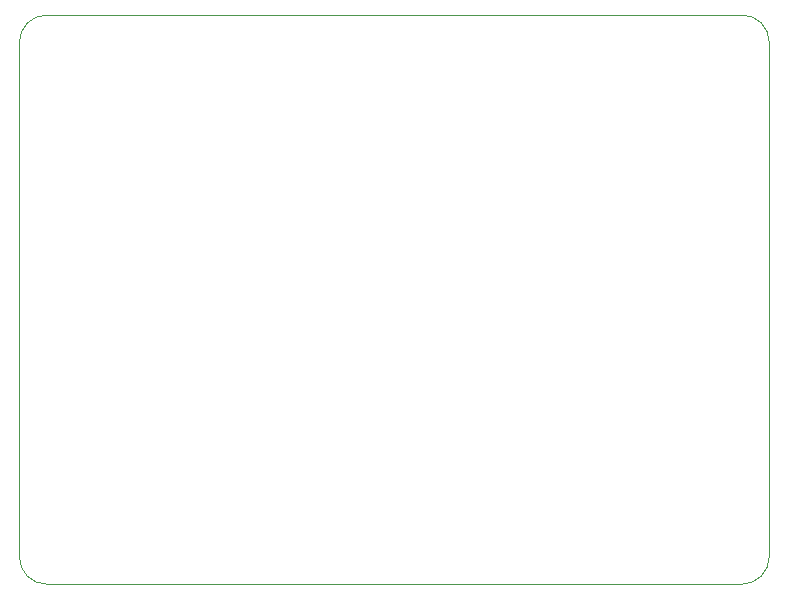
<source format=gbr>
G04 #@! TF.GenerationSoftware,KiCad,Pcbnew,(6.0.1-0)*
G04 #@! TF.CreationDate,2023-05-30T21:20:14-04:00*
G04 #@! TF.ProjectId,Rainbow,5261696e-626f-4772-9e6b-696361645f70,rev?*
G04 #@! TF.SameCoordinates,Original*
G04 #@! TF.FileFunction,Profile,NP*
%FSLAX46Y46*%
G04 Gerber Fmt 4.6, Leading zero omitted, Abs format (unit mm)*
G04 Created by KiCad (PCBNEW (6.0.1-0)) date 2023-05-30 21:20:14*
%MOMM*%
%LPD*%
G01*
G04 APERTURE LIST*
G04 #@! TA.AperFunction,Profile*
%ADD10C,0.100000*%
G04 #@! TD*
G04 APERTURE END LIST*
D10*
X111845208Y-65782491D02*
X111842283Y-109322301D01*
X175332509Y-65757717D02*
G75*
G03*
X173007509Y-63457717I-2300135J-1D01*
G01*
X173024792Y-111642509D02*
G75*
G03*
X175324792Y-109317509I-1J2300135D01*
G01*
X173007509Y-63457717D02*
X114145208Y-63457491D01*
X111842282Y-109322301D02*
G75*
G03*
X114172491Y-111644792I2305285J-17276D01*
G01*
X175324792Y-109317509D02*
X175332509Y-65757717D01*
X114145208Y-63457491D02*
G75*
G03*
X111845208Y-65782491I1J-2300135D01*
G01*
X114172491Y-111644792D02*
X173024792Y-111642509D01*
M02*

</source>
